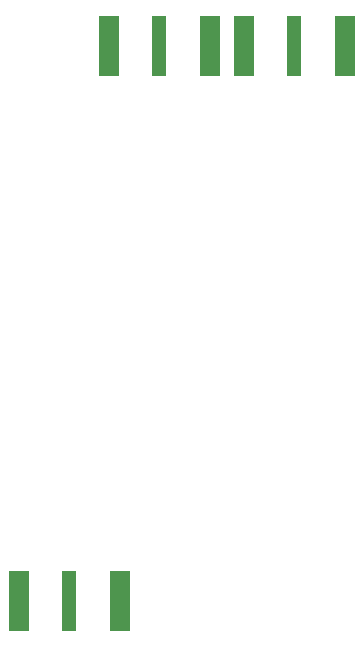
<source format=gtp>
G04 #@! TF.FileFunction,Paste,Top*
%FSLAX46Y46*%
G04 Gerber Fmt 4.6, Leading zero omitted, Abs format (unit mm)*
G04 Created by KiCad (PCBNEW 4.0.4+e1-6308~48~ubuntu16.04.1-stable) date Thu Dec  1 19:25:44 2016*
%MOMM*%
%LPD*%
G01*
G04 APERTURE LIST*
%ADD10C,0.100000*%
%ADD11R,1.778000X5.080000*%
%ADD12R,1.270000X5.080000*%
G04 APERTURE END LIST*
D10*
D11*
X76644500Y-80010000D03*
X68135500Y-80010000D03*
D12*
X72390000Y-80010000D03*
D11*
X60515500Y-127000000D03*
X69024500Y-127000000D03*
D12*
X64770000Y-127000000D03*
D11*
X88074500Y-80010000D03*
X79565500Y-80010000D03*
D12*
X83820000Y-80010000D03*
M02*

</source>
